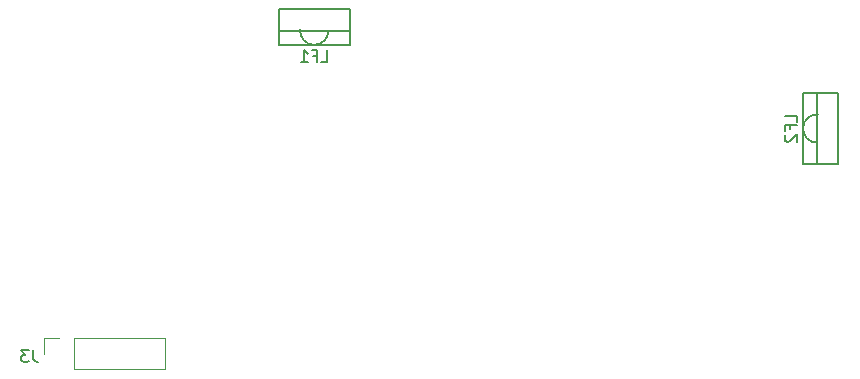
<source format=gbo>
G04 #@! TF.FileFunction,Legend,Bot*
%FSLAX46Y46*%
G04 Gerber Fmt 4.6, Leading zero omitted, Abs format (unit mm)*
G04 Created by KiCad (PCBNEW 4.0.6) date 08/22/17 00:05:49*
%MOMM*%
%LPD*%
G01*
G04 APERTURE LIST*
%ADD10C,0.100000*%
%ADD11C,0.150000*%
%ADD12C,0.120000*%
G04 APERTURE END LIST*
D10*
D11*
X29144159Y31150000D02*
G75*
G02X26740000Y31250000I-1204159J0D01*
G01*
X24940000Y32950000D02*
X24940000Y31350000D01*
X30940000Y32950000D02*
X24940000Y32950000D01*
X30940000Y31350000D02*
X30940000Y32950000D01*
X30940000Y29950000D02*
X30940000Y31350000D01*
X24940000Y29950000D02*
X30940000Y29950000D01*
X24940000Y31350000D02*
X24940000Y29950000D01*
X30940000Y31150000D02*
X24940000Y31150000D01*
D12*
X15300000Y5140000D02*
X15300000Y2480000D01*
X7620000Y5140000D02*
X15300000Y5140000D01*
X7620000Y2480000D02*
X15300000Y2480000D01*
X7620000Y5140000D02*
X7620000Y2480000D01*
X6350000Y5140000D02*
X5020000Y5140000D01*
X5020000Y5140000D02*
X5020000Y3810000D01*
D11*
X70520000Y21655841D02*
G75*
G02X70620000Y24060000I0J1204159D01*
G01*
X72320000Y25860000D02*
X70720000Y25860000D01*
X72320000Y19860000D02*
X72320000Y25860000D01*
X70720000Y19860000D02*
X72320000Y19860000D01*
X69320000Y19860000D02*
X70720000Y19860000D01*
X69320000Y25860000D02*
X69320000Y19860000D01*
X70720000Y25860000D02*
X69320000Y25860000D01*
X70520000Y19860000D02*
X70520000Y25860000D01*
X28535238Y28497619D02*
X29011429Y28497619D01*
X29011429Y29497619D01*
X27868571Y29021429D02*
X28201905Y29021429D01*
X28201905Y28497619D02*
X28201905Y29497619D01*
X27725714Y29497619D01*
X26820952Y28497619D02*
X27392381Y28497619D01*
X27106667Y28497619D02*
X27106667Y29497619D01*
X27201905Y29354762D01*
X27297143Y29259524D01*
X27392381Y29211905D01*
X4143333Y4103619D02*
X4143333Y3389333D01*
X4190953Y3246476D01*
X4286191Y3151238D01*
X4429048Y3103619D01*
X4524286Y3103619D01*
X3762381Y4103619D02*
X3143333Y4103619D01*
X3476667Y3722667D01*
X3333809Y3722667D01*
X3238571Y3675048D01*
X3190952Y3627429D01*
X3143333Y3532190D01*
X3143333Y3294095D01*
X3190952Y3198857D01*
X3238571Y3151238D01*
X3333809Y3103619D01*
X3619524Y3103619D01*
X3714762Y3151238D01*
X3762381Y3198857D01*
X68772381Y23455238D02*
X68772381Y23931429D01*
X67772381Y23931429D01*
X68248571Y22788571D02*
X68248571Y23121905D01*
X68772381Y23121905D02*
X67772381Y23121905D01*
X67772381Y22645714D01*
X67867619Y22312381D02*
X67820000Y22264762D01*
X67772381Y22169524D01*
X67772381Y21931428D01*
X67820000Y21836190D01*
X67867619Y21788571D01*
X67962857Y21740952D01*
X68058095Y21740952D01*
X68200952Y21788571D01*
X68772381Y22360000D01*
X68772381Y21740952D01*
M02*

</source>
